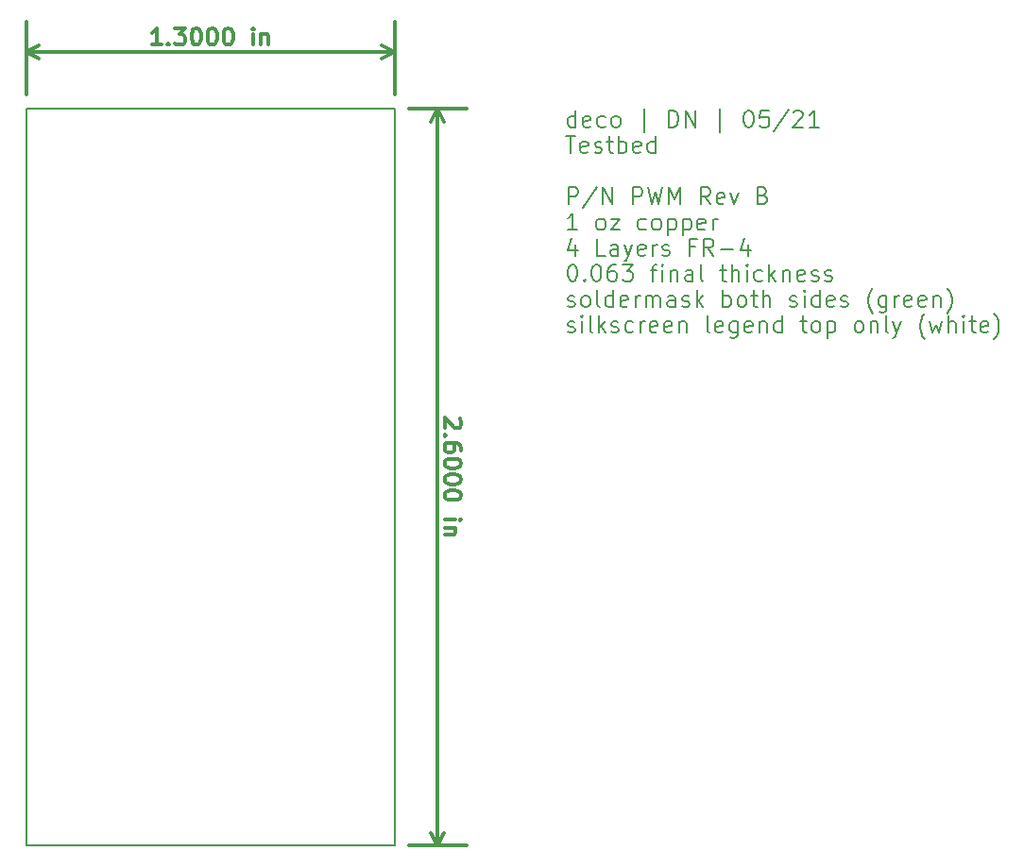
<source format=gbr>
%TF.GenerationSoftware,KiCad,Pcbnew,4.0.2-stable*%
%TF.CreationDate,2021-11-11T11:09:56-08:00*%
%TF.ProjectId,pwm,70776D2E6B696361645F706362000000,rev?*%
%TF.FileFunction,Drawing*%
%FSLAX46Y46*%
G04 Gerber Fmt 4.6, Leading zero omitted, Abs format (unit mm)*
G04 Created by KiCad (PCBNEW 4.0.2-stable) date 11/11/2021 11:09:56 AM*
%MOMM*%
G01*
G04 APERTURE LIST*
%ADD10C,0.100000*%
%ADD11C,0.300000*%
%ADD12C,0.203200*%
%ADD13C,0.150000*%
G04 APERTURE END LIST*
D10*
D11*
X192528571Y-98890001D02*
X192600000Y-98961430D01*
X192671429Y-99104287D01*
X192671429Y-99461430D01*
X192600000Y-99604287D01*
X192528571Y-99675716D01*
X192385714Y-99747144D01*
X192242857Y-99747144D01*
X192028571Y-99675716D01*
X191171429Y-98818573D01*
X191171429Y-99747144D01*
X191314286Y-100390001D02*
X191242857Y-100461429D01*
X191171429Y-100390001D01*
X191242857Y-100318572D01*
X191314286Y-100390001D01*
X191171429Y-100390001D01*
X192671429Y-101747144D02*
X192671429Y-101461430D01*
X192600000Y-101318573D01*
X192528571Y-101247144D01*
X192314286Y-101104287D01*
X192028571Y-101032858D01*
X191457143Y-101032858D01*
X191314286Y-101104287D01*
X191242857Y-101175715D01*
X191171429Y-101318573D01*
X191171429Y-101604287D01*
X191242857Y-101747144D01*
X191314286Y-101818573D01*
X191457143Y-101890001D01*
X191814286Y-101890001D01*
X191957143Y-101818573D01*
X192028571Y-101747144D01*
X192100000Y-101604287D01*
X192100000Y-101318573D01*
X192028571Y-101175715D01*
X191957143Y-101104287D01*
X191814286Y-101032858D01*
X192671429Y-102818572D02*
X192671429Y-102961429D01*
X192600000Y-103104286D01*
X192528571Y-103175715D01*
X192385714Y-103247144D01*
X192100000Y-103318572D01*
X191742857Y-103318572D01*
X191457143Y-103247144D01*
X191314286Y-103175715D01*
X191242857Y-103104286D01*
X191171429Y-102961429D01*
X191171429Y-102818572D01*
X191242857Y-102675715D01*
X191314286Y-102604286D01*
X191457143Y-102532858D01*
X191742857Y-102461429D01*
X192100000Y-102461429D01*
X192385714Y-102532858D01*
X192528571Y-102604286D01*
X192600000Y-102675715D01*
X192671429Y-102818572D01*
X192671429Y-104247143D02*
X192671429Y-104390000D01*
X192600000Y-104532857D01*
X192528571Y-104604286D01*
X192385714Y-104675715D01*
X192100000Y-104747143D01*
X191742857Y-104747143D01*
X191457143Y-104675715D01*
X191314286Y-104604286D01*
X191242857Y-104532857D01*
X191171429Y-104390000D01*
X191171429Y-104247143D01*
X191242857Y-104104286D01*
X191314286Y-104032857D01*
X191457143Y-103961429D01*
X191742857Y-103890000D01*
X192100000Y-103890000D01*
X192385714Y-103961429D01*
X192528571Y-104032857D01*
X192600000Y-104104286D01*
X192671429Y-104247143D01*
X192671429Y-105675714D02*
X192671429Y-105818571D01*
X192600000Y-105961428D01*
X192528571Y-106032857D01*
X192385714Y-106104286D01*
X192100000Y-106175714D01*
X191742857Y-106175714D01*
X191457143Y-106104286D01*
X191314286Y-106032857D01*
X191242857Y-105961428D01*
X191171429Y-105818571D01*
X191171429Y-105675714D01*
X191242857Y-105532857D01*
X191314286Y-105461428D01*
X191457143Y-105390000D01*
X191742857Y-105318571D01*
X192100000Y-105318571D01*
X192385714Y-105390000D01*
X192528571Y-105461428D01*
X192600000Y-105532857D01*
X192671429Y-105675714D01*
X191171429Y-107961428D02*
X192171429Y-107961428D01*
X192671429Y-107961428D02*
X192600000Y-107889999D01*
X192528571Y-107961428D01*
X192600000Y-108032856D01*
X192671429Y-107961428D01*
X192528571Y-107961428D01*
X192171429Y-108675714D02*
X191171429Y-108675714D01*
X192028571Y-108675714D02*
X192100000Y-108747142D01*
X192171429Y-108890000D01*
X192171429Y-109104285D01*
X192100000Y-109247142D01*
X191957143Y-109318571D01*
X191171429Y-109318571D01*
X190500000Y-71120000D02*
X190500000Y-137160000D01*
X187960000Y-71120000D02*
X193200000Y-71120000D01*
X187960000Y-137160000D02*
X193200000Y-137160000D01*
X190500000Y-137160000D02*
X189913579Y-136033496D01*
X190500000Y-137160000D02*
X191086421Y-136033496D01*
X190500000Y-71120000D02*
X189913579Y-72246504D01*
X190500000Y-71120000D02*
X191086421Y-72246504D01*
X165787144Y-65368571D02*
X164930001Y-65368571D01*
X165358573Y-65368571D02*
X165358573Y-63868571D01*
X165215716Y-64082857D01*
X165072858Y-64225714D01*
X164930001Y-64297143D01*
X166430001Y-65225714D02*
X166501429Y-65297143D01*
X166430001Y-65368571D01*
X166358572Y-65297143D01*
X166430001Y-65225714D01*
X166430001Y-65368571D01*
X167001430Y-63868571D02*
X167930001Y-63868571D01*
X167430001Y-64440000D01*
X167644287Y-64440000D01*
X167787144Y-64511429D01*
X167858573Y-64582857D01*
X167930001Y-64725714D01*
X167930001Y-65082857D01*
X167858573Y-65225714D01*
X167787144Y-65297143D01*
X167644287Y-65368571D01*
X167215715Y-65368571D01*
X167072858Y-65297143D01*
X167001430Y-65225714D01*
X168858572Y-63868571D02*
X169001429Y-63868571D01*
X169144286Y-63940000D01*
X169215715Y-64011429D01*
X169287144Y-64154286D01*
X169358572Y-64440000D01*
X169358572Y-64797143D01*
X169287144Y-65082857D01*
X169215715Y-65225714D01*
X169144286Y-65297143D01*
X169001429Y-65368571D01*
X168858572Y-65368571D01*
X168715715Y-65297143D01*
X168644286Y-65225714D01*
X168572858Y-65082857D01*
X168501429Y-64797143D01*
X168501429Y-64440000D01*
X168572858Y-64154286D01*
X168644286Y-64011429D01*
X168715715Y-63940000D01*
X168858572Y-63868571D01*
X170287143Y-63868571D02*
X170430000Y-63868571D01*
X170572857Y-63940000D01*
X170644286Y-64011429D01*
X170715715Y-64154286D01*
X170787143Y-64440000D01*
X170787143Y-64797143D01*
X170715715Y-65082857D01*
X170644286Y-65225714D01*
X170572857Y-65297143D01*
X170430000Y-65368571D01*
X170287143Y-65368571D01*
X170144286Y-65297143D01*
X170072857Y-65225714D01*
X170001429Y-65082857D01*
X169930000Y-64797143D01*
X169930000Y-64440000D01*
X170001429Y-64154286D01*
X170072857Y-64011429D01*
X170144286Y-63940000D01*
X170287143Y-63868571D01*
X171715714Y-63868571D02*
X171858571Y-63868571D01*
X172001428Y-63940000D01*
X172072857Y-64011429D01*
X172144286Y-64154286D01*
X172215714Y-64440000D01*
X172215714Y-64797143D01*
X172144286Y-65082857D01*
X172072857Y-65225714D01*
X172001428Y-65297143D01*
X171858571Y-65368571D01*
X171715714Y-65368571D01*
X171572857Y-65297143D01*
X171501428Y-65225714D01*
X171430000Y-65082857D01*
X171358571Y-64797143D01*
X171358571Y-64440000D01*
X171430000Y-64154286D01*
X171501428Y-64011429D01*
X171572857Y-63940000D01*
X171715714Y-63868571D01*
X174001428Y-65368571D02*
X174001428Y-64368571D01*
X174001428Y-63868571D02*
X173929999Y-63940000D01*
X174001428Y-64011429D01*
X174072856Y-63940000D01*
X174001428Y-63868571D01*
X174001428Y-64011429D01*
X174715714Y-64368571D02*
X174715714Y-65368571D01*
X174715714Y-64511429D02*
X174787142Y-64440000D01*
X174930000Y-64368571D01*
X175144285Y-64368571D01*
X175287142Y-64440000D01*
X175358571Y-64582857D01*
X175358571Y-65368571D01*
X153670000Y-66040000D02*
X186690000Y-66040000D01*
X153670000Y-69850000D02*
X153670000Y-63340000D01*
X186690000Y-69850000D02*
X186690000Y-63340000D01*
X186690000Y-66040000D02*
X185563496Y-66626421D01*
X186690000Y-66040000D02*
X185563496Y-65453579D01*
X153670000Y-66040000D02*
X154796504Y-66626421D01*
X153670000Y-66040000D02*
X154796504Y-65453579D01*
D12*
X202930000Y-72745771D02*
X202930000Y-71245771D01*
X202930000Y-72674343D02*
X202787143Y-72745771D01*
X202501429Y-72745771D01*
X202358571Y-72674343D01*
X202287143Y-72602914D01*
X202215714Y-72460057D01*
X202215714Y-72031486D01*
X202287143Y-71888629D01*
X202358571Y-71817200D01*
X202501429Y-71745771D01*
X202787143Y-71745771D01*
X202930000Y-71817200D01*
X204215714Y-72674343D02*
X204072857Y-72745771D01*
X203787143Y-72745771D01*
X203644286Y-72674343D01*
X203572857Y-72531486D01*
X203572857Y-71960057D01*
X203644286Y-71817200D01*
X203787143Y-71745771D01*
X204072857Y-71745771D01*
X204215714Y-71817200D01*
X204287143Y-71960057D01*
X204287143Y-72102914D01*
X203572857Y-72245771D01*
X205572857Y-72674343D02*
X205430000Y-72745771D01*
X205144286Y-72745771D01*
X205001428Y-72674343D01*
X204930000Y-72602914D01*
X204858571Y-72460057D01*
X204858571Y-72031486D01*
X204930000Y-71888629D01*
X205001428Y-71817200D01*
X205144286Y-71745771D01*
X205430000Y-71745771D01*
X205572857Y-71817200D01*
X206430000Y-72745771D02*
X206287142Y-72674343D01*
X206215714Y-72602914D01*
X206144285Y-72460057D01*
X206144285Y-72031486D01*
X206215714Y-71888629D01*
X206287142Y-71817200D01*
X206430000Y-71745771D01*
X206644285Y-71745771D01*
X206787142Y-71817200D01*
X206858571Y-71888629D01*
X206930000Y-72031486D01*
X206930000Y-72460057D01*
X206858571Y-72602914D01*
X206787142Y-72674343D01*
X206644285Y-72745771D01*
X206430000Y-72745771D01*
X209072857Y-73245771D02*
X209072857Y-71102914D01*
X211287142Y-72745771D02*
X211287142Y-71245771D01*
X211644285Y-71245771D01*
X211858570Y-71317200D01*
X212001428Y-71460057D01*
X212072856Y-71602914D01*
X212144285Y-71888629D01*
X212144285Y-72102914D01*
X212072856Y-72388629D01*
X212001428Y-72531486D01*
X211858570Y-72674343D01*
X211644285Y-72745771D01*
X211287142Y-72745771D01*
X212787142Y-72745771D02*
X212787142Y-71245771D01*
X213644285Y-72745771D01*
X213644285Y-71245771D01*
X215858571Y-73245771D02*
X215858571Y-71102914D01*
X218358570Y-71245771D02*
X218501427Y-71245771D01*
X218644284Y-71317200D01*
X218715713Y-71388629D01*
X218787142Y-71531486D01*
X218858570Y-71817200D01*
X218858570Y-72174343D01*
X218787142Y-72460057D01*
X218715713Y-72602914D01*
X218644284Y-72674343D01*
X218501427Y-72745771D01*
X218358570Y-72745771D01*
X218215713Y-72674343D01*
X218144284Y-72602914D01*
X218072856Y-72460057D01*
X218001427Y-72174343D01*
X218001427Y-71817200D01*
X218072856Y-71531486D01*
X218144284Y-71388629D01*
X218215713Y-71317200D01*
X218358570Y-71245771D01*
X220215713Y-71245771D02*
X219501427Y-71245771D01*
X219429998Y-71960057D01*
X219501427Y-71888629D01*
X219644284Y-71817200D01*
X220001427Y-71817200D01*
X220144284Y-71888629D01*
X220215713Y-71960057D01*
X220287141Y-72102914D01*
X220287141Y-72460057D01*
X220215713Y-72602914D01*
X220144284Y-72674343D01*
X220001427Y-72745771D01*
X219644284Y-72745771D01*
X219501427Y-72674343D01*
X219429998Y-72602914D01*
X222001426Y-71174343D02*
X220715712Y-73102914D01*
X222429998Y-71388629D02*
X222501427Y-71317200D01*
X222644284Y-71245771D01*
X223001427Y-71245771D01*
X223144284Y-71317200D01*
X223215713Y-71388629D01*
X223287141Y-71531486D01*
X223287141Y-71674343D01*
X223215713Y-71888629D01*
X222358570Y-72745771D01*
X223287141Y-72745771D01*
X224715712Y-72745771D02*
X223858569Y-72745771D01*
X224287141Y-72745771D02*
X224287141Y-71245771D01*
X224144284Y-71460057D01*
X224001426Y-71602914D01*
X223858569Y-71674343D01*
X202072857Y-73548971D02*
X202930000Y-73548971D01*
X202501429Y-75048971D02*
X202501429Y-73548971D01*
X204001428Y-74977543D02*
X203858571Y-75048971D01*
X203572857Y-75048971D01*
X203430000Y-74977543D01*
X203358571Y-74834686D01*
X203358571Y-74263257D01*
X203430000Y-74120400D01*
X203572857Y-74048971D01*
X203858571Y-74048971D01*
X204001428Y-74120400D01*
X204072857Y-74263257D01*
X204072857Y-74406114D01*
X203358571Y-74548971D01*
X204644285Y-74977543D02*
X204787142Y-75048971D01*
X205072857Y-75048971D01*
X205215714Y-74977543D01*
X205287142Y-74834686D01*
X205287142Y-74763257D01*
X205215714Y-74620400D01*
X205072857Y-74548971D01*
X204858571Y-74548971D01*
X204715714Y-74477543D01*
X204644285Y-74334686D01*
X204644285Y-74263257D01*
X204715714Y-74120400D01*
X204858571Y-74048971D01*
X205072857Y-74048971D01*
X205215714Y-74120400D01*
X205715714Y-74048971D02*
X206287143Y-74048971D01*
X205930000Y-73548971D02*
X205930000Y-74834686D01*
X206001428Y-74977543D01*
X206144286Y-75048971D01*
X206287143Y-75048971D01*
X206787143Y-75048971D02*
X206787143Y-73548971D01*
X206787143Y-74120400D02*
X206930000Y-74048971D01*
X207215714Y-74048971D01*
X207358571Y-74120400D01*
X207430000Y-74191829D01*
X207501429Y-74334686D01*
X207501429Y-74763257D01*
X207430000Y-74906114D01*
X207358571Y-74977543D01*
X207215714Y-75048971D01*
X206930000Y-75048971D01*
X206787143Y-74977543D01*
X208715714Y-74977543D02*
X208572857Y-75048971D01*
X208287143Y-75048971D01*
X208144286Y-74977543D01*
X208072857Y-74834686D01*
X208072857Y-74263257D01*
X208144286Y-74120400D01*
X208287143Y-74048971D01*
X208572857Y-74048971D01*
X208715714Y-74120400D01*
X208787143Y-74263257D01*
X208787143Y-74406114D01*
X208072857Y-74548971D01*
X210072857Y-75048971D02*
X210072857Y-73548971D01*
X210072857Y-74977543D02*
X209930000Y-75048971D01*
X209644286Y-75048971D01*
X209501428Y-74977543D01*
X209430000Y-74906114D01*
X209358571Y-74763257D01*
X209358571Y-74334686D01*
X209430000Y-74191829D01*
X209501428Y-74120400D01*
X209644286Y-74048971D01*
X209930000Y-74048971D01*
X210072857Y-74120400D01*
X202287143Y-79655371D02*
X202287143Y-78155371D01*
X202858571Y-78155371D01*
X203001429Y-78226800D01*
X203072857Y-78298229D01*
X203144286Y-78441086D01*
X203144286Y-78655371D01*
X203072857Y-78798229D01*
X203001429Y-78869657D01*
X202858571Y-78941086D01*
X202287143Y-78941086D01*
X204858571Y-78083943D02*
X203572857Y-80012514D01*
X205358572Y-79655371D02*
X205358572Y-78155371D01*
X206215715Y-79655371D01*
X206215715Y-78155371D01*
X208072858Y-79655371D02*
X208072858Y-78155371D01*
X208644286Y-78155371D01*
X208787144Y-78226800D01*
X208858572Y-78298229D01*
X208930001Y-78441086D01*
X208930001Y-78655371D01*
X208858572Y-78798229D01*
X208787144Y-78869657D01*
X208644286Y-78941086D01*
X208072858Y-78941086D01*
X209430001Y-78155371D02*
X209787144Y-79655371D01*
X210072858Y-78583943D01*
X210358572Y-79655371D01*
X210715715Y-78155371D01*
X211287144Y-79655371D02*
X211287144Y-78155371D01*
X211787144Y-79226800D01*
X212287144Y-78155371D01*
X212287144Y-79655371D01*
X215001430Y-79655371D02*
X214501430Y-78941086D01*
X214144287Y-79655371D02*
X214144287Y-78155371D01*
X214715715Y-78155371D01*
X214858573Y-78226800D01*
X214930001Y-78298229D01*
X215001430Y-78441086D01*
X215001430Y-78655371D01*
X214930001Y-78798229D01*
X214858573Y-78869657D01*
X214715715Y-78941086D01*
X214144287Y-78941086D01*
X216215715Y-79583943D02*
X216072858Y-79655371D01*
X215787144Y-79655371D01*
X215644287Y-79583943D01*
X215572858Y-79441086D01*
X215572858Y-78869657D01*
X215644287Y-78726800D01*
X215787144Y-78655371D01*
X216072858Y-78655371D01*
X216215715Y-78726800D01*
X216287144Y-78869657D01*
X216287144Y-79012514D01*
X215572858Y-79155371D01*
X216787144Y-78655371D02*
X217144287Y-79655371D01*
X217501429Y-78655371D01*
X219715715Y-78869657D02*
X219930001Y-78941086D01*
X220001429Y-79012514D01*
X220072858Y-79155371D01*
X220072858Y-79369657D01*
X220001429Y-79512514D01*
X219930001Y-79583943D01*
X219787143Y-79655371D01*
X219215715Y-79655371D01*
X219215715Y-78155371D01*
X219715715Y-78155371D01*
X219858572Y-78226800D01*
X219930001Y-78298229D01*
X220001429Y-78441086D01*
X220001429Y-78583943D01*
X219930001Y-78726800D01*
X219858572Y-78798229D01*
X219715715Y-78869657D01*
X219215715Y-78869657D01*
X203072857Y-81958571D02*
X202215714Y-81958571D01*
X202644286Y-81958571D02*
X202644286Y-80458571D01*
X202501429Y-80672857D01*
X202358571Y-80815714D01*
X202215714Y-80887143D01*
X205072857Y-81958571D02*
X204929999Y-81887143D01*
X204858571Y-81815714D01*
X204787142Y-81672857D01*
X204787142Y-81244286D01*
X204858571Y-81101429D01*
X204929999Y-81030000D01*
X205072857Y-80958571D01*
X205287142Y-80958571D01*
X205429999Y-81030000D01*
X205501428Y-81101429D01*
X205572857Y-81244286D01*
X205572857Y-81672857D01*
X205501428Y-81815714D01*
X205429999Y-81887143D01*
X205287142Y-81958571D01*
X205072857Y-81958571D01*
X206072857Y-80958571D02*
X206858571Y-80958571D01*
X206072857Y-81958571D01*
X206858571Y-81958571D01*
X209215714Y-81887143D02*
X209072857Y-81958571D01*
X208787143Y-81958571D01*
X208644285Y-81887143D01*
X208572857Y-81815714D01*
X208501428Y-81672857D01*
X208501428Y-81244286D01*
X208572857Y-81101429D01*
X208644285Y-81030000D01*
X208787143Y-80958571D01*
X209072857Y-80958571D01*
X209215714Y-81030000D01*
X210072857Y-81958571D02*
X209929999Y-81887143D01*
X209858571Y-81815714D01*
X209787142Y-81672857D01*
X209787142Y-81244286D01*
X209858571Y-81101429D01*
X209929999Y-81030000D01*
X210072857Y-80958571D01*
X210287142Y-80958571D01*
X210429999Y-81030000D01*
X210501428Y-81101429D01*
X210572857Y-81244286D01*
X210572857Y-81672857D01*
X210501428Y-81815714D01*
X210429999Y-81887143D01*
X210287142Y-81958571D01*
X210072857Y-81958571D01*
X211215714Y-80958571D02*
X211215714Y-82458571D01*
X211215714Y-81030000D02*
X211358571Y-80958571D01*
X211644285Y-80958571D01*
X211787142Y-81030000D01*
X211858571Y-81101429D01*
X211930000Y-81244286D01*
X211930000Y-81672857D01*
X211858571Y-81815714D01*
X211787142Y-81887143D01*
X211644285Y-81958571D01*
X211358571Y-81958571D01*
X211215714Y-81887143D01*
X212572857Y-80958571D02*
X212572857Y-82458571D01*
X212572857Y-81030000D02*
X212715714Y-80958571D01*
X213001428Y-80958571D01*
X213144285Y-81030000D01*
X213215714Y-81101429D01*
X213287143Y-81244286D01*
X213287143Y-81672857D01*
X213215714Y-81815714D01*
X213144285Y-81887143D01*
X213001428Y-81958571D01*
X212715714Y-81958571D01*
X212572857Y-81887143D01*
X214501428Y-81887143D02*
X214358571Y-81958571D01*
X214072857Y-81958571D01*
X213930000Y-81887143D01*
X213858571Y-81744286D01*
X213858571Y-81172857D01*
X213930000Y-81030000D01*
X214072857Y-80958571D01*
X214358571Y-80958571D01*
X214501428Y-81030000D01*
X214572857Y-81172857D01*
X214572857Y-81315714D01*
X213858571Y-81458571D01*
X215215714Y-81958571D02*
X215215714Y-80958571D01*
X215215714Y-81244286D02*
X215287142Y-81101429D01*
X215358571Y-81030000D01*
X215501428Y-80958571D01*
X215644285Y-80958571D01*
X202930000Y-83261771D02*
X202930000Y-84261771D01*
X202572857Y-82690343D02*
X202215714Y-83761771D01*
X203144286Y-83761771D01*
X205572857Y-84261771D02*
X204858571Y-84261771D01*
X204858571Y-82761771D01*
X206715714Y-84261771D02*
X206715714Y-83476057D01*
X206644285Y-83333200D01*
X206501428Y-83261771D01*
X206215714Y-83261771D01*
X206072857Y-83333200D01*
X206715714Y-84190343D02*
X206572857Y-84261771D01*
X206215714Y-84261771D01*
X206072857Y-84190343D01*
X206001428Y-84047486D01*
X206001428Y-83904629D01*
X206072857Y-83761771D01*
X206215714Y-83690343D01*
X206572857Y-83690343D01*
X206715714Y-83618914D01*
X207287143Y-83261771D02*
X207644286Y-84261771D01*
X208001428Y-83261771D02*
X207644286Y-84261771D01*
X207501428Y-84618914D01*
X207430000Y-84690343D01*
X207287143Y-84761771D01*
X209144285Y-84190343D02*
X209001428Y-84261771D01*
X208715714Y-84261771D01*
X208572857Y-84190343D01*
X208501428Y-84047486D01*
X208501428Y-83476057D01*
X208572857Y-83333200D01*
X208715714Y-83261771D01*
X209001428Y-83261771D01*
X209144285Y-83333200D01*
X209215714Y-83476057D01*
X209215714Y-83618914D01*
X208501428Y-83761771D01*
X209858571Y-84261771D02*
X209858571Y-83261771D01*
X209858571Y-83547486D02*
X209929999Y-83404629D01*
X210001428Y-83333200D01*
X210144285Y-83261771D01*
X210287142Y-83261771D01*
X210715713Y-84190343D02*
X210858570Y-84261771D01*
X211144285Y-84261771D01*
X211287142Y-84190343D01*
X211358570Y-84047486D01*
X211358570Y-83976057D01*
X211287142Y-83833200D01*
X211144285Y-83761771D01*
X210929999Y-83761771D01*
X210787142Y-83690343D01*
X210715713Y-83547486D01*
X210715713Y-83476057D01*
X210787142Y-83333200D01*
X210929999Y-83261771D01*
X211144285Y-83261771D01*
X211287142Y-83333200D01*
X213644285Y-83476057D02*
X213144285Y-83476057D01*
X213144285Y-84261771D02*
X213144285Y-82761771D01*
X213858571Y-82761771D01*
X215287142Y-84261771D02*
X214787142Y-83547486D01*
X214429999Y-84261771D02*
X214429999Y-82761771D01*
X215001427Y-82761771D01*
X215144285Y-82833200D01*
X215215713Y-82904629D01*
X215287142Y-83047486D01*
X215287142Y-83261771D01*
X215215713Y-83404629D01*
X215144285Y-83476057D01*
X215001427Y-83547486D01*
X214429999Y-83547486D01*
X215929999Y-83690343D02*
X217072856Y-83690343D01*
X218429999Y-83261771D02*
X218429999Y-84261771D01*
X218072856Y-82690343D02*
X217715713Y-83761771D01*
X218644285Y-83761771D01*
X202572857Y-85064971D02*
X202715714Y-85064971D01*
X202858571Y-85136400D01*
X202930000Y-85207829D01*
X203001429Y-85350686D01*
X203072857Y-85636400D01*
X203072857Y-85993543D01*
X203001429Y-86279257D01*
X202930000Y-86422114D01*
X202858571Y-86493543D01*
X202715714Y-86564971D01*
X202572857Y-86564971D01*
X202430000Y-86493543D01*
X202358571Y-86422114D01*
X202287143Y-86279257D01*
X202215714Y-85993543D01*
X202215714Y-85636400D01*
X202287143Y-85350686D01*
X202358571Y-85207829D01*
X202430000Y-85136400D01*
X202572857Y-85064971D01*
X203715714Y-86422114D02*
X203787142Y-86493543D01*
X203715714Y-86564971D01*
X203644285Y-86493543D01*
X203715714Y-86422114D01*
X203715714Y-86564971D01*
X204715714Y-85064971D02*
X204858571Y-85064971D01*
X205001428Y-85136400D01*
X205072857Y-85207829D01*
X205144286Y-85350686D01*
X205215714Y-85636400D01*
X205215714Y-85993543D01*
X205144286Y-86279257D01*
X205072857Y-86422114D01*
X205001428Y-86493543D01*
X204858571Y-86564971D01*
X204715714Y-86564971D01*
X204572857Y-86493543D01*
X204501428Y-86422114D01*
X204430000Y-86279257D01*
X204358571Y-85993543D01*
X204358571Y-85636400D01*
X204430000Y-85350686D01*
X204501428Y-85207829D01*
X204572857Y-85136400D01*
X204715714Y-85064971D01*
X206501428Y-85064971D02*
X206215714Y-85064971D01*
X206072857Y-85136400D01*
X206001428Y-85207829D01*
X205858571Y-85422114D01*
X205787142Y-85707829D01*
X205787142Y-86279257D01*
X205858571Y-86422114D01*
X205929999Y-86493543D01*
X206072857Y-86564971D01*
X206358571Y-86564971D01*
X206501428Y-86493543D01*
X206572857Y-86422114D01*
X206644285Y-86279257D01*
X206644285Y-85922114D01*
X206572857Y-85779257D01*
X206501428Y-85707829D01*
X206358571Y-85636400D01*
X206072857Y-85636400D01*
X205929999Y-85707829D01*
X205858571Y-85779257D01*
X205787142Y-85922114D01*
X207144285Y-85064971D02*
X208072856Y-85064971D01*
X207572856Y-85636400D01*
X207787142Y-85636400D01*
X207929999Y-85707829D01*
X208001428Y-85779257D01*
X208072856Y-85922114D01*
X208072856Y-86279257D01*
X208001428Y-86422114D01*
X207929999Y-86493543D01*
X207787142Y-86564971D01*
X207358570Y-86564971D01*
X207215713Y-86493543D01*
X207144285Y-86422114D01*
X209644284Y-85564971D02*
X210215713Y-85564971D01*
X209858570Y-86564971D02*
X209858570Y-85279257D01*
X209929998Y-85136400D01*
X210072856Y-85064971D01*
X210215713Y-85064971D01*
X210715713Y-86564971D02*
X210715713Y-85564971D01*
X210715713Y-85064971D02*
X210644284Y-85136400D01*
X210715713Y-85207829D01*
X210787141Y-85136400D01*
X210715713Y-85064971D01*
X210715713Y-85207829D01*
X211429999Y-85564971D02*
X211429999Y-86564971D01*
X211429999Y-85707829D02*
X211501427Y-85636400D01*
X211644285Y-85564971D01*
X211858570Y-85564971D01*
X212001427Y-85636400D01*
X212072856Y-85779257D01*
X212072856Y-86564971D01*
X213429999Y-86564971D02*
X213429999Y-85779257D01*
X213358570Y-85636400D01*
X213215713Y-85564971D01*
X212929999Y-85564971D01*
X212787142Y-85636400D01*
X213429999Y-86493543D02*
X213287142Y-86564971D01*
X212929999Y-86564971D01*
X212787142Y-86493543D01*
X212715713Y-86350686D01*
X212715713Y-86207829D01*
X212787142Y-86064971D01*
X212929999Y-85993543D01*
X213287142Y-85993543D01*
X213429999Y-85922114D01*
X214358571Y-86564971D02*
X214215713Y-86493543D01*
X214144285Y-86350686D01*
X214144285Y-85064971D01*
X215858570Y-85564971D02*
X216429999Y-85564971D01*
X216072856Y-85064971D02*
X216072856Y-86350686D01*
X216144284Y-86493543D01*
X216287142Y-86564971D01*
X216429999Y-86564971D01*
X216929999Y-86564971D02*
X216929999Y-85064971D01*
X217572856Y-86564971D02*
X217572856Y-85779257D01*
X217501427Y-85636400D01*
X217358570Y-85564971D01*
X217144285Y-85564971D01*
X217001427Y-85636400D01*
X216929999Y-85707829D01*
X218287142Y-86564971D02*
X218287142Y-85564971D01*
X218287142Y-85064971D02*
X218215713Y-85136400D01*
X218287142Y-85207829D01*
X218358570Y-85136400D01*
X218287142Y-85064971D01*
X218287142Y-85207829D01*
X219644285Y-86493543D02*
X219501428Y-86564971D01*
X219215714Y-86564971D01*
X219072856Y-86493543D01*
X219001428Y-86422114D01*
X218929999Y-86279257D01*
X218929999Y-85850686D01*
X219001428Y-85707829D01*
X219072856Y-85636400D01*
X219215714Y-85564971D01*
X219501428Y-85564971D01*
X219644285Y-85636400D01*
X220287142Y-86564971D02*
X220287142Y-85064971D01*
X220429999Y-85993543D02*
X220858570Y-86564971D01*
X220858570Y-85564971D02*
X220287142Y-86136400D01*
X221501428Y-85564971D02*
X221501428Y-86564971D01*
X221501428Y-85707829D02*
X221572856Y-85636400D01*
X221715714Y-85564971D01*
X221929999Y-85564971D01*
X222072856Y-85636400D01*
X222144285Y-85779257D01*
X222144285Y-86564971D01*
X223429999Y-86493543D02*
X223287142Y-86564971D01*
X223001428Y-86564971D01*
X222858571Y-86493543D01*
X222787142Y-86350686D01*
X222787142Y-85779257D01*
X222858571Y-85636400D01*
X223001428Y-85564971D01*
X223287142Y-85564971D01*
X223429999Y-85636400D01*
X223501428Y-85779257D01*
X223501428Y-85922114D01*
X222787142Y-86064971D01*
X224072856Y-86493543D02*
X224215713Y-86564971D01*
X224501428Y-86564971D01*
X224644285Y-86493543D01*
X224715713Y-86350686D01*
X224715713Y-86279257D01*
X224644285Y-86136400D01*
X224501428Y-86064971D01*
X224287142Y-86064971D01*
X224144285Y-85993543D01*
X224072856Y-85850686D01*
X224072856Y-85779257D01*
X224144285Y-85636400D01*
X224287142Y-85564971D01*
X224501428Y-85564971D01*
X224644285Y-85636400D01*
X225287142Y-86493543D02*
X225429999Y-86564971D01*
X225715714Y-86564971D01*
X225858571Y-86493543D01*
X225929999Y-86350686D01*
X225929999Y-86279257D01*
X225858571Y-86136400D01*
X225715714Y-86064971D01*
X225501428Y-86064971D01*
X225358571Y-85993543D01*
X225287142Y-85850686D01*
X225287142Y-85779257D01*
X225358571Y-85636400D01*
X225501428Y-85564971D01*
X225715714Y-85564971D01*
X225858571Y-85636400D01*
X202215714Y-88796743D02*
X202358571Y-88868171D01*
X202644286Y-88868171D01*
X202787143Y-88796743D01*
X202858571Y-88653886D01*
X202858571Y-88582457D01*
X202787143Y-88439600D01*
X202644286Y-88368171D01*
X202430000Y-88368171D01*
X202287143Y-88296743D01*
X202215714Y-88153886D01*
X202215714Y-88082457D01*
X202287143Y-87939600D01*
X202430000Y-87868171D01*
X202644286Y-87868171D01*
X202787143Y-87939600D01*
X203715715Y-88868171D02*
X203572857Y-88796743D01*
X203501429Y-88725314D01*
X203430000Y-88582457D01*
X203430000Y-88153886D01*
X203501429Y-88011029D01*
X203572857Y-87939600D01*
X203715715Y-87868171D01*
X203930000Y-87868171D01*
X204072857Y-87939600D01*
X204144286Y-88011029D01*
X204215715Y-88153886D01*
X204215715Y-88582457D01*
X204144286Y-88725314D01*
X204072857Y-88796743D01*
X203930000Y-88868171D01*
X203715715Y-88868171D01*
X205072858Y-88868171D02*
X204930000Y-88796743D01*
X204858572Y-88653886D01*
X204858572Y-87368171D01*
X206287143Y-88868171D02*
X206287143Y-87368171D01*
X206287143Y-88796743D02*
X206144286Y-88868171D01*
X205858572Y-88868171D01*
X205715714Y-88796743D01*
X205644286Y-88725314D01*
X205572857Y-88582457D01*
X205572857Y-88153886D01*
X205644286Y-88011029D01*
X205715714Y-87939600D01*
X205858572Y-87868171D01*
X206144286Y-87868171D01*
X206287143Y-87939600D01*
X207572857Y-88796743D02*
X207430000Y-88868171D01*
X207144286Y-88868171D01*
X207001429Y-88796743D01*
X206930000Y-88653886D01*
X206930000Y-88082457D01*
X207001429Y-87939600D01*
X207144286Y-87868171D01*
X207430000Y-87868171D01*
X207572857Y-87939600D01*
X207644286Y-88082457D01*
X207644286Y-88225314D01*
X206930000Y-88368171D01*
X208287143Y-88868171D02*
X208287143Y-87868171D01*
X208287143Y-88153886D02*
X208358571Y-88011029D01*
X208430000Y-87939600D01*
X208572857Y-87868171D01*
X208715714Y-87868171D01*
X209215714Y-88868171D02*
X209215714Y-87868171D01*
X209215714Y-88011029D02*
X209287142Y-87939600D01*
X209430000Y-87868171D01*
X209644285Y-87868171D01*
X209787142Y-87939600D01*
X209858571Y-88082457D01*
X209858571Y-88868171D01*
X209858571Y-88082457D02*
X209930000Y-87939600D01*
X210072857Y-87868171D01*
X210287142Y-87868171D01*
X210430000Y-87939600D01*
X210501428Y-88082457D01*
X210501428Y-88868171D01*
X211858571Y-88868171D02*
X211858571Y-88082457D01*
X211787142Y-87939600D01*
X211644285Y-87868171D01*
X211358571Y-87868171D01*
X211215714Y-87939600D01*
X211858571Y-88796743D02*
X211715714Y-88868171D01*
X211358571Y-88868171D01*
X211215714Y-88796743D01*
X211144285Y-88653886D01*
X211144285Y-88511029D01*
X211215714Y-88368171D01*
X211358571Y-88296743D01*
X211715714Y-88296743D01*
X211858571Y-88225314D01*
X212501428Y-88796743D02*
X212644285Y-88868171D01*
X212930000Y-88868171D01*
X213072857Y-88796743D01*
X213144285Y-88653886D01*
X213144285Y-88582457D01*
X213072857Y-88439600D01*
X212930000Y-88368171D01*
X212715714Y-88368171D01*
X212572857Y-88296743D01*
X212501428Y-88153886D01*
X212501428Y-88082457D01*
X212572857Y-87939600D01*
X212715714Y-87868171D01*
X212930000Y-87868171D01*
X213072857Y-87939600D01*
X213787143Y-88868171D02*
X213787143Y-87368171D01*
X213930000Y-88296743D02*
X214358571Y-88868171D01*
X214358571Y-87868171D02*
X213787143Y-88439600D01*
X216144286Y-88868171D02*
X216144286Y-87368171D01*
X216144286Y-87939600D02*
X216287143Y-87868171D01*
X216572857Y-87868171D01*
X216715714Y-87939600D01*
X216787143Y-88011029D01*
X216858572Y-88153886D01*
X216858572Y-88582457D01*
X216787143Y-88725314D01*
X216715714Y-88796743D01*
X216572857Y-88868171D01*
X216287143Y-88868171D01*
X216144286Y-88796743D01*
X217715715Y-88868171D02*
X217572857Y-88796743D01*
X217501429Y-88725314D01*
X217430000Y-88582457D01*
X217430000Y-88153886D01*
X217501429Y-88011029D01*
X217572857Y-87939600D01*
X217715715Y-87868171D01*
X217930000Y-87868171D01*
X218072857Y-87939600D01*
X218144286Y-88011029D01*
X218215715Y-88153886D01*
X218215715Y-88582457D01*
X218144286Y-88725314D01*
X218072857Y-88796743D01*
X217930000Y-88868171D01*
X217715715Y-88868171D01*
X218644286Y-87868171D02*
X219215715Y-87868171D01*
X218858572Y-87368171D02*
X218858572Y-88653886D01*
X218930000Y-88796743D01*
X219072858Y-88868171D01*
X219215715Y-88868171D01*
X219715715Y-88868171D02*
X219715715Y-87368171D01*
X220358572Y-88868171D02*
X220358572Y-88082457D01*
X220287143Y-87939600D01*
X220144286Y-87868171D01*
X219930001Y-87868171D01*
X219787143Y-87939600D01*
X219715715Y-88011029D01*
X222144286Y-88796743D02*
X222287143Y-88868171D01*
X222572858Y-88868171D01*
X222715715Y-88796743D01*
X222787143Y-88653886D01*
X222787143Y-88582457D01*
X222715715Y-88439600D01*
X222572858Y-88368171D01*
X222358572Y-88368171D01*
X222215715Y-88296743D01*
X222144286Y-88153886D01*
X222144286Y-88082457D01*
X222215715Y-87939600D01*
X222358572Y-87868171D01*
X222572858Y-87868171D01*
X222715715Y-87939600D01*
X223430001Y-88868171D02*
X223430001Y-87868171D01*
X223430001Y-87368171D02*
X223358572Y-87439600D01*
X223430001Y-87511029D01*
X223501429Y-87439600D01*
X223430001Y-87368171D01*
X223430001Y-87511029D01*
X224787144Y-88868171D02*
X224787144Y-87368171D01*
X224787144Y-88796743D02*
X224644287Y-88868171D01*
X224358573Y-88868171D01*
X224215715Y-88796743D01*
X224144287Y-88725314D01*
X224072858Y-88582457D01*
X224072858Y-88153886D01*
X224144287Y-88011029D01*
X224215715Y-87939600D01*
X224358573Y-87868171D01*
X224644287Y-87868171D01*
X224787144Y-87939600D01*
X226072858Y-88796743D02*
X225930001Y-88868171D01*
X225644287Y-88868171D01*
X225501430Y-88796743D01*
X225430001Y-88653886D01*
X225430001Y-88082457D01*
X225501430Y-87939600D01*
X225644287Y-87868171D01*
X225930001Y-87868171D01*
X226072858Y-87939600D01*
X226144287Y-88082457D01*
X226144287Y-88225314D01*
X225430001Y-88368171D01*
X226715715Y-88796743D02*
X226858572Y-88868171D01*
X227144287Y-88868171D01*
X227287144Y-88796743D01*
X227358572Y-88653886D01*
X227358572Y-88582457D01*
X227287144Y-88439600D01*
X227144287Y-88368171D01*
X226930001Y-88368171D01*
X226787144Y-88296743D01*
X226715715Y-88153886D01*
X226715715Y-88082457D01*
X226787144Y-87939600D01*
X226930001Y-87868171D01*
X227144287Y-87868171D01*
X227287144Y-87939600D01*
X229572858Y-89439600D02*
X229501430Y-89368171D01*
X229358573Y-89153886D01*
X229287144Y-89011029D01*
X229215715Y-88796743D01*
X229144287Y-88439600D01*
X229144287Y-88153886D01*
X229215715Y-87796743D01*
X229287144Y-87582457D01*
X229358573Y-87439600D01*
X229501430Y-87225314D01*
X229572858Y-87153886D01*
X230787144Y-87868171D02*
X230787144Y-89082457D01*
X230715715Y-89225314D01*
X230644287Y-89296743D01*
X230501430Y-89368171D01*
X230287144Y-89368171D01*
X230144287Y-89296743D01*
X230787144Y-88796743D02*
X230644287Y-88868171D01*
X230358573Y-88868171D01*
X230215715Y-88796743D01*
X230144287Y-88725314D01*
X230072858Y-88582457D01*
X230072858Y-88153886D01*
X230144287Y-88011029D01*
X230215715Y-87939600D01*
X230358573Y-87868171D01*
X230644287Y-87868171D01*
X230787144Y-87939600D01*
X231501430Y-88868171D02*
X231501430Y-87868171D01*
X231501430Y-88153886D02*
X231572858Y-88011029D01*
X231644287Y-87939600D01*
X231787144Y-87868171D01*
X231930001Y-87868171D01*
X233001429Y-88796743D02*
X232858572Y-88868171D01*
X232572858Y-88868171D01*
X232430001Y-88796743D01*
X232358572Y-88653886D01*
X232358572Y-88082457D01*
X232430001Y-87939600D01*
X232572858Y-87868171D01*
X232858572Y-87868171D01*
X233001429Y-87939600D01*
X233072858Y-88082457D01*
X233072858Y-88225314D01*
X232358572Y-88368171D01*
X234287143Y-88796743D02*
X234144286Y-88868171D01*
X233858572Y-88868171D01*
X233715715Y-88796743D01*
X233644286Y-88653886D01*
X233644286Y-88082457D01*
X233715715Y-87939600D01*
X233858572Y-87868171D01*
X234144286Y-87868171D01*
X234287143Y-87939600D01*
X234358572Y-88082457D01*
X234358572Y-88225314D01*
X233644286Y-88368171D01*
X235001429Y-87868171D02*
X235001429Y-88868171D01*
X235001429Y-88011029D02*
X235072857Y-87939600D01*
X235215715Y-87868171D01*
X235430000Y-87868171D01*
X235572857Y-87939600D01*
X235644286Y-88082457D01*
X235644286Y-88868171D01*
X236215715Y-89439600D02*
X236287143Y-89368171D01*
X236430000Y-89153886D01*
X236501429Y-89011029D01*
X236572858Y-88796743D01*
X236644286Y-88439600D01*
X236644286Y-88153886D01*
X236572858Y-87796743D01*
X236501429Y-87582457D01*
X236430000Y-87439600D01*
X236287143Y-87225314D01*
X236215715Y-87153886D01*
X202215714Y-91099943D02*
X202358571Y-91171371D01*
X202644286Y-91171371D01*
X202787143Y-91099943D01*
X202858571Y-90957086D01*
X202858571Y-90885657D01*
X202787143Y-90742800D01*
X202644286Y-90671371D01*
X202430000Y-90671371D01*
X202287143Y-90599943D01*
X202215714Y-90457086D01*
X202215714Y-90385657D01*
X202287143Y-90242800D01*
X202430000Y-90171371D01*
X202644286Y-90171371D01*
X202787143Y-90242800D01*
X203501429Y-91171371D02*
X203501429Y-90171371D01*
X203501429Y-89671371D02*
X203430000Y-89742800D01*
X203501429Y-89814229D01*
X203572857Y-89742800D01*
X203501429Y-89671371D01*
X203501429Y-89814229D01*
X204430001Y-91171371D02*
X204287143Y-91099943D01*
X204215715Y-90957086D01*
X204215715Y-89671371D01*
X205001429Y-91171371D02*
X205001429Y-89671371D01*
X205144286Y-90599943D02*
X205572857Y-91171371D01*
X205572857Y-90171371D02*
X205001429Y-90742800D01*
X206144286Y-91099943D02*
X206287143Y-91171371D01*
X206572858Y-91171371D01*
X206715715Y-91099943D01*
X206787143Y-90957086D01*
X206787143Y-90885657D01*
X206715715Y-90742800D01*
X206572858Y-90671371D01*
X206358572Y-90671371D01*
X206215715Y-90599943D01*
X206144286Y-90457086D01*
X206144286Y-90385657D01*
X206215715Y-90242800D01*
X206358572Y-90171371D01*
X206572858Y-90171371D01*
X206715715Y-90242800D01*
X208072858Y-91099943D02*
X207930001Y-91171371D01*
X207644287Y-91171371D01*
X207501429Y-91099943D01*
X207430001Y-91028514D01*
X207358572Y-90885657D01*
X207358572Y-90457086D01*
X207430001Y-90314229D01*
X207501429Y-90242800D01*
X207644287Y-90171371D01*
X207930001Y-90171371D01*
X208072858Y-90242800D01*
X208715715Y-91171371D02*
X208715715Y-90171371D01*
X208715715Y-90457086D02*
X208787143Y-90314229D01*
X208858572Y-90242800D01*
X209001429Y-90171371D01*
X209144286Y-90171371D01*
X210215714Y-91099943D02*
X210072857Y-91171371D01*
X209787143Y-91171371D01*
X209644286Y-91099943D01*
X209572857Y-90957086D01*
X209572857Y-90385657D01*
X209644286Y-90242800D01*
X209787143Y-90171371D01*
X210072857Y-90171371D01*
X210215714Y-90242800D01*
X210287143Y-90385657D01*
X210287143Y-90528514D01*
X209572857Y-90671371D01*
X211501428Y-91099943D02*
X211358571Y-91171371D01*
X211072857Y-91171371D01*
X210930000Y-91099943D01*
X210858571Y-90957086D01*
X210858571Y-90385657D01*
X210930000Y-90242800D01*
X211072857Y-90171371D01*
X211358571Y-90171371D01*
X211501428Y-90242800D01*
X211572857Y-90385657D01*
X211572857Y-90528514D01*
X210858571Y-90671371D01*
X212215714Y-90171371D02*
X212215714Y-91171371D01*
X212215714Y-90314229D02*
X212287142Y-90242800D01*
X212430000Y-90171371D01*
X212644285Y-90171371D01*
X212787142Y-90242800D01*
X212858571Y-90385657D01*
X212858571Y-91171371D01*
X214930000Y-91171371D02*
X214787142Y-91099943D01*
X214715714Y-90957086D01*
X214715714Y-89671371D01*
X216072856Y-91099943D02*
X215929999Y-91171371D01*
X215644285Y-91171371D01*
X215501428Y-91099943D01*
X215429999Y-90957086D01*
X215429999Y-90385657D01*
X215501428Y-90242800D01*
X215644285Y-90171371D01*
X215929999Y-90171371D01*
X216072856Y-90242800D01*
X216144285Y-90385657D01*
X216144285Y-90528514D01*
X215429999Y-90671371D01*
X217429999Y-90171371D02*
X217429999Y-91385657D01*
X217358570Y-91528514D01*
X217287142Y-91599943D01*
X217144285Y-91671371D01*
X216929999Y-91671371D01*
X216787142Y-91599943D01*
X217429999Y-91099943D02*
X217287142Y-91171371D01*
X217001428Y-91171371D01*
X216858570Y-91099943D01*
X216787142Y-91028514D01*
X216715713Y-90885657D01*
X216715713Y-90457086D01*
X216787142Y-90314229D01*
X216858570Y-90242800D01*
X217001428Y-90171371D01*
X217287142Y-90171371D01*
X217429999Y-90242800D01*
X218715713Y-91099943D02*
X218572856Y-91171371D01*
X218287142Y-91171371D01*
X218144285Y-91099943D01*
X218072856Y-90957086D01*
X218072856Y-90385657D01*
X218144285Y-90242800D01*
X218287142Y-90171371D01*
X218572856Y-90171371D01*
X218715713Y-90242800D01*
X218787142Y-90385657D01*
X218787142Y-90528514D01*
X218072856Y-90671371D01*
X219429999Y-90171371D02*
X219429999Y-91171371D01*
X219429999Y-90314229D02*
X219501427Y-90242800D01*
X219644285Y-90171371D01*
X219858570Y-90171371D01*
X220001427Y-90242800D01*
X220072856Y-90385657D01*
X220072856Y-91171371D01*
X221429999Y-91171371D02*
X221429999Y-89671371D01*
X221429999Y-91099943D02*
X221287142Y-91171371D01*
X221001428Y-91171371D01*
X220858570Y-91099943D01*
X220787142Y-91028514D01*
X220715713Y-90885657D01*
X220715713Y-90457086D01*
X220787142Y-90314229D01*
X220858570Y-90242800D01*
X221001428Y-90171371D01*
X221287142Y-90171371D01*
X221429999Y-90242800D01*
X223072856Y-90171371D02*
X223644285Y-90171371D01*
X223287142Y-89671371D02*
X223287142Y-90957086D01*
X223358570Y-91099943D01*
X223501428Y-91171371D01*
X223644285Y-91171371D01*
X224358571Y-91171371D02*
X224215713Y-91099943D01*
X224144285Y-91028514D01*
X224072856Y-90885657D01*
X224072856Y-90457086D01*
X224144285Y-90314229D01*
X224215713Y-90242800D01*
X224358571Y-90171371D01*
X224572856Y-90171371D01*
X224715713Y-90242800D01*
X224787142Y-90314229D01*
X224858571Y-90457086D01*
X224858571Y-90885657D01*
X224787142Y-91028514D01*
X224715713Y-91099943D01*
X224572856Y-91171371D01*
X224358571Y-91171371D01*
X225501428Y-90171371D02*
X225501428Y-91671371D01*
X225501428Y-90242800D02*
X225644285Y-90171371D01*
X225929999Y-90171371D01*
X226072856Y-90242800D01*
X226144285Y-90314229D01*
X226215714Y-90457086D01*
X226215714Y-90885657D01*
X226144285Y-91028514D01*
X226072856Y-91099943D01*
X225929999Y-91171371D01*
X225644285Y-91171371D01*
X225501428Y-91099943D01*
X228215714Y-91171371D02*
X228072856Y-91099943D01*
X228001428Y-91028514D01*
X227929999Y-90885657D01*
X227929999Y-90457086D01*
X228001428Y-90314229D01*
X228072856Y-90242800D01*
X228215714Y-90171371D01*
X228429999Y-90171371D01*
X228572856Y-90242800D01*
X228644285Y-90314229D01*
X228715714Y-90457086D01*
X228715714Y-90885657D01*
X228644285Y-91028514D01*
X228572856Y-91099943D01*
X228429999Y-91171371D01*
X228215714Y-91171371D01*
X229358571Y-90171371D02*
X229358571Y-91171371D01*
X229358571Y-90314229D02*
X229429999Y-90242800D01*
X229572857Y-90171371D01*
X229787142Y-90171371D01*
X229929999Y-90242800D01*
X230001428Y-90385657D01*
X230001428Y-91171371D01*
X230930000Y-91171371D02*
X230787142Y-91099943D01*
X230715714Y-90957086D01*
X230715714Y-89671371D01*
X231358571Y-90171371D02*
X231715714Y-91171371D01*
X232072856Y-90171371D02*
X231715714Y-91171371D01*
X231572856Y-91528514D01*
X231501428Y-91599943D01*
X231358571Y-91671371D01*
X234215713Y-91742800D02*
X234144285Y-91671371D01*
X234001428Y-91457086D01*
X233929999Y-91314229D01*
X233858570Y-91099943D01*
X233787142Y-90742800D01*
X233787142Y-90457086D01*
X233858570Y-90099943D01*
X233929999Y-89885657D01*
X234001428Y-89742800D01*
X234144285Y-89528514D01*
X234215713Y-89457086D01*
X234644285Y-90171371D02*
X234929999Y-91171371D01*
X235215713Y-90457086D01*
X235501428Y-91171371D01*
X235787142Y-90171371D01*
X236358571Y-91171371D02*
X236358571Y-89671371D01*
X237001428Y-91171371D02*
X237001428Y-90385657D01*
X236929999Y-90242800D01*
X236787142Y-90171371D01*
X236572857Y-90171371D01*
X236429999Y-90242800D01*
X236358571Y-90314229D01*
X237715714Y-91171371D02*
X237715714Y-90171371D01*
X237715714Y-89671371D02*
X237644285Y-89742800D01*
X237715714Y-89814229D01*
X237787142Y-89742800D01*
X237715714Y-89671371D01*
X237715714Y-89814229D01*
X238215714Y-90171371D02*
X238787143Y-90171371D01*
X238430000Y-89671371D02*
X238430000Y-90957086D01*
X238501428Y-91099943D01*
X238644286Y-91171371D01*
X238787143Y-91171371D01*
X239858571Y-91099943D02*
X239715714Y-91171371D01*
X239430000Y-91171371D01*
X239287143Y-91099943D01*
X239215714Y-90957086D01*
X239215714Y-90385657D01*
X239287143Y-90242800D01*
X239430000Y-90171371D01*
X239715714Y-90171371D01*
X239858571Y-90242800D01*
X239930000Y-90385657D01*
X239930000Y-90528514D01*
X239215714Y-90671371D01*
X240430000Y-91742800D02*
X240501428Y-91671371D01*
X240644285Y-91457086D01*
X240715714Y-91314229D01*
X240787143Y-91099943D01*
X240858571Y-90742800D01*
X240858571Y-90457086D01*
X240787143Y-90099943D01*
X240715714Y-89885657D01*
X240644285Y-89742800D01*
X240501428Y-89528514D01*
X240430000Y-89457086D01*
D13*
X153670000Y-71120000D02*
X186690000Y-71120000D01*
X153670000Y-137160000D02*
X186690000Y-137160000D01*
X153670000Y-137160000D02*
X153670000Y-71120000D01*
X186690000Y-71120000D02*
X186690000Y-137160000D01*
M02*

</source>
